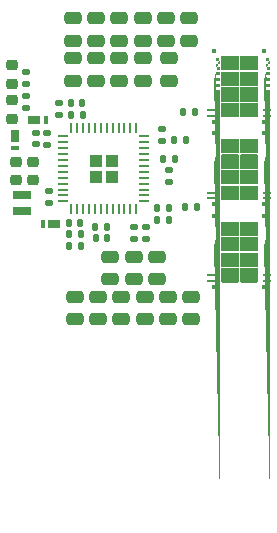
<source format=gbr>
%TF.GenerationSoftware,KiCad,Pcbnew,7.0.7*%
%TF.CreationDate,2023-12-28T18:43:45-05:00*%
%TF.ProjectId,O32controller,4f333263-6f6e-4747-926f-6c6c65722e6b,3*%
%TF.SameCoordinates,Original*%
%TF.FileFunction,Paste,Top*%
%TF.FilePolarity,Positive*%
%FSLAX46Y46*%
G04 Gerber Fmt 4.6, Leading zero omitted, Abs format (unit mm)*
G04 Created by KiCad (PCBNEW 7.0.7) date 2023-12-28 18:43:45*
%MOMM*%
%LPD*%
G01*
G04 APERTURE LIST*
G04 Aperture macros list*
%AMRoundRect*
0 Rectangle with rounded corners*
0 $1 Rounding radius*
0 $2 $3 $4 $5 $6 $7 $8 $9 X,Y pos of 4 corners*
0 Add a 4 corners polygon primitive as box body*
4,1,4,$2,$3,$4,$5,$6,$7,$8,$9,$2,$3,0*
0 Add four circle primitives for the rounded corners*
1,1,$1+$1,$2,$3*
1,1,$1+$1,$4,$5*
1,1,$1+$1,$6,$7*
1,1,$1+$1,$8,$9*
0 Add four rect primitives between the rounded corners*
20,1,$1+$1,$2,$3,$4,$5,0*
20,1,$1+$1,$4,$5,$6,$7,0*
20,1,$1+$1,$6,$7,$8,$9,0*
20,1,$1+$1,$8,$9,$2,$3,0*%
%AMFreePoly0*
4,1,78,0.535355,2.120355,0.550000,2.085000,0.550000,1.935000,0.535355,1.899645,0.500000,1.885000,0.150000,1.885000,0.150000,1.635000,0.500000,1.635000,0.535355,1.620355,0.550000,1.585000,0.550000,1.435000,0.535355,1.399645,0.500000,1.385000,0.150000,1.385000,0.150000,1.135000,0.500000,1.135000,0.535355,1.120355,0.550000,1.085000,0.550000,0.935000,0.535355,0.899645,
0.500000,0.885000,0.150000,0.885000,0.150000,0.635000,0.500000,0.635000,0.535355,0.620355,0.550000,0.585000,0.550000,0.435000,0.535355,0.399645,0.500000,0.385000,0.150000,0.385000,0.150000,0.135000,0.500000,0.135000,0.535355,0.120355,0.550000,0.085000,0.550000,-0.065000,0.535355,-0.100355,0.500000,-0.115000,0.150000,-0.115000,0.150000,-0.365000,0.500000,-0.365000,
0.535355,-0.379645,0.550000,-0.415000,0.550000,-0.565000,0.535355,-0.600355,0.500000,-0.615000,0.150000,-0.615000,0.150000,-0.865000,0.500000,-0.865000,0.535355,-0.879645,0.550000,-0.915000,0.550000,-1.065000,0.535355,-1.100355,0.500000,-1.115000,0.150000,-1.115000,0.150000,-1.365000,0.500000,-1.365000,0.535355,-1.379645,0.550000,-1.415000,0.550000,-1.565000,0.535355,-1.600355,
0.500000,-1.615000,0.150000,-1.615000,0.150000,-1.865000,0.500000,-1.865000,0.535355,-1.879645,0.550000,-1.915000,0.550000,-2.065000,0.535355,-2.100355,0.500000,-2.115000,-0.100000,-2.115000,-0.102414,-2.114000,-0.150000,-2.114000,-0.150000,2.114000,-0.137987,2.114000,-0.135355,2.120355,-0.100000,2.135000,0.500000,2.135000,0.535355,2.120355,0.535355,2.120355,$1*%
G04 Aperture macros list end*
%ADD10C,0.100000*%
%ADD11RoundRect,0.250000X-0.475000X0.250000X-0.475000X-0.250000X0.475000X-0.250000X0.475000X0.250000X0*%
%ADD12RoundRect,0.250000X0.475000X-0.250000X0.475000X0.250000X-0.475000X0.250000X-0.475000X-0.250000X0*%
%ADD13R,0.385000X0.690000*%
%ADD14R,1.035000X0.690000*%
%ADD15RoundRect,0.218750X0.256250X-0.218750X0.256250X0.218750X-0.256250X0.218750X-0.256250X-0.218750X0*%
%ADD16RoundRect,0.140000X0.140000X0.170000X-0.140000X0.170000X-0.140000X-0.170000X0.140000X-0.170000X0*%
%ADD17RoundRect,0.225000X0.250000X-0.225000X0.250000X0.225000X-0.250000X0.225000X-0.250000X-0.225000X0*%
%ADD18RoundRect,0.135000X0.135000X0.185000X-0.135000X0.185000X-0.135000X-0.185000X0.135000X-0.185000X0*%
%ADD19RoundRect,0.250000X-0.300000X-0.300000X0.300000X-0.300000X0.300000X0.300000X-0.300000X0.300000X0*%
%ADD20RoundRect,0.062500X-0.375000X-0.062500X0.375000X-0.062500X0.375000X0.062500X-0.375000X0.062500X0*%
%ADD21RoundRect,0.062500X-0.062500X-0.375000X0.062500X-0.375000X0.062500X0.375000X-0.062500X0.375000X0*%
%ADD22RoundRect,0.135000X0.185000X-0.135000X0.185000X0.135000X-0.185000X0.135000X-0.185000X-0.135000X0*%
%ADD23RoundRect,0.140000X-0.170000X0.140000X-0.170000X-0.140000X0.170000X-0.140000X0.170000X0.140000X0*%
%ADD24RoundRect,0.135000X-0.135000X-0.185000X0.135000X-0.185000X0.135000X0.185000X-0.135000X0.185000X0*%
%ADD25R,0.700001X0.249999*%
%ADD26FreePoly0,0.000000*%
%ADD27FreePoly0,180.000000*%
%ADD28R,0.429999X0.375001*%
%ADD29R,1.600000X0.650000*%
%ADD30RoundRect,0.135000X-0.185000X0.135000X-0.185000X-0.135000X0.185000X-0.135000X0.185000X0.135000X0*%
%ADD31RoundRect,0.140000X0.170000X-0.140000X0.170000X0.140000X-0.170000X0.140000X-0.170000X-0.140000X0*%
%ADD32RoundRect,0.225000X-0.250000X0.225000X-0.250000X-0.225000X0.250000X-0.225000X0.250000X0.225000X0*%
%ADD33R,0.690000X0.385000*%
%ADD34R,0.690000X1.035000*%
G04 APERTURE END LIST*
%TO.C,Q2*%
D10*
X21419433Y12079027D02*
X21428887Y12076160D01*
X21437599Y12071501D01*
X21445237Y12065235D01*
X21451506Y12057598D01*
X21456164Y12048883D01*
X21459032Y12039429D01*
X21460000Y12029597D01*
X21460000Y11010396D01*
X21459032Y11000564D01*
X21456164Y10991110D01*
X21451506Y10982395D01*
X21445237Y10974757D01*
X21437599Y10968491D01*
X21428887Y10963833D01*
X21419433Y10960965D01*
X21409598Y10959995D01*
X20100401Y10959995D01*
X20090566Y10960965D01*
X20081112Y10963833D01*
X20072400Y10968491D01*
X20064762Y10974757D01*
X20058494Y10982395D01*
X20053835Y10991110D01*
X20050968Y11000564D01*
X20050000Y11010396D01*
X20050000Y12029597D01*
X20050968Y12039429D01*
X20053835Y12048883D01*
X20058494Y12057598D01*
X20064762Y12065235D01*
X20072400Y12071501D01*
X20081112Y12076160D01*
X20090566Y12079027D01*
X20100401Y12079995D01*
X21409598Y12079995D01*
X21419433Y12079027D01*
G36*
X21419433Y12079027D02*
G01*
X21428887Y12076160D01*
X21437599Y12071501D01*
X21445237Y12065235D01*
X21451506Y12057598D01*
X21456164Y12048883D01*
X21459032Y12039429D01*
X21460000Y12029597D01*
X21460000Y11010396D01*
X21459032Y11000564D01*
X21456164Y10991110D01*
X21451506Y10982395D01*
X21445237Y10974757D01*
X21437599Y10968491D01*
X21428887Y10963833D01*
X21419433Y10960965D01*
X21409598Y10959995D01*
X20100401Y10959995D01*
X20090566Y10960965D01*
X20081112Y10963833D01*
X20072400Y10968491D01*
X20064762Y10974757D01*
X20058494Y10982395D01*
X20053835Y10991110D01*
X20050968Y11000564D01*
X20050000Y11010396D01*
X20050000Y12029597D01*
X20050968Y12039429D01*
X20053835Y12048883D01*
X20058494Y12057598D01*
X20064762Y12065235D01*
X20072400Y12071501D01*
X20081112Y12076160D01*
X20090566Y12079027D01*
X20100401Y12079995D01*
X21409598Y12079995D01*
X21419433Y12079027D01*
G37*
X21419433Y13399030D02*
X21428887Y13396162D01*
X21437599Y13391504D01*
X21445237Y13385238D01*
X21451506Y13377600D01*
X21456164Y13368885D01*
X21459032Y13359431D01*
X21460000Y13349599D01*
X21460000Y12330399D01*
X21459032Y12320566D01*
X21456164Y12311112D01*
X21451506Y12302398D01*
X21445237Y12294760D01*
X21437599Y12288494D01*
X21428887Y12283835D01*
X21419433Y12280968D01*
X21409598Y12279997D01*
X20100401Y12279997D01*
X20090566Y12280968D01*
X20081112Y12283835D01*
X20072400Y12288494D01*
X20064762Y12294760D01*
X20058494Y12302398D01*
X20053835Y12311112D01*
X20050968Y12320566D01*
X20050000Y12330399D01*
X20050000Y13349599D01*
X20050968Y13359431D01*
X20053835Y13368885D01*
X20058494Y13377600D01*
X20064762Y13385238D01*
X20072400Y13391504D01*
X20081112Y13396162D01*
X20090566Y13399030D01*
X20100401Y13399998D01*
X21409598Y13399998D01*
X21419433Y13399030D01*
G36*
X21419433Y13399030D02*
G01*
X21428887Y13396162D01*
X21437599Y13391504D01*
X21445237Y13385238D01*
X21451506Y13377600D01*
X21456164Y13368885D01*
X21459032Y13359431D01*
X21460000Y13349599D01*
X21460000Y12330399D01*
X21459032Y12320566D01*
X21456164Y12311112D01*
X21451506Y12302398D01*
X21445237Y12294760D01*
X21437599Y12288494D01*
X21428887Y12283835D01*
X21419433Y12280968D01*
X21409598Y12279997D01*
X20100401Y12279997D01*
X20090566Y12280968D01*
X20081112Y12283835D01*
X20072400Y12288494D01*
X20064762Y12294760D01*
X20058494Y12302398D01*
X20053835Y12311112D01*
X20050968Y12320566D01*
X20050000Y12330399D01*
X20050000Y13349599D01*
X20050968Y13359431D01*
X20053835Y13368885D01*
X20058494Y13377600D01*
X20064762Y13385238D01*
X20072400Y13391504D01*
X20081112Y13396162D01*
X20090566Y13399030D01*
X20100401Y13399998D01*
X21409598Y13399998D01*
X21419433Y13399030D01*
G37*
X21419433Y14719032D02*
X21428887Y14716165D01*
X21437599Y14711506D01*
X21445237Y14705240D01*
X21451506Y14697602D01*
X21456164Y14688888D01*
X21459032Y14679434D01*
X21460000Y14669601D01*
X21460000Y13650401D01*
X21459032Y13640569D01*
X21456164Y13631115D01*
X21451506Y13622400D01*
X21445237Y13614762D01*
X21437599Y13608496D01*
X21428887Y13603838D01*
X21419433Y13600970D01*
X21409598Y13600002D01*
X20100401Y13600002D01*
X20090566Y13600970D01*
X20081112Y13603838D01*
X20072400Y13608496D01*
X20064762Y13614762D01*
X20058494Y13622400D01*
X20053835Y13631115D01*
X20050968Y13640569D01*
X20050000Y13650401D01*
X20050000Y14669601D01*
X20050968Y14679434D01*
X20053835Y14688888D01*
X20058494Y14697602D01*
X20064762Y14705240D01*
X20072400Y14711506D01*
X20081112Y14716165D01*
X20090566Y14719032D01*
X20100401Y14720003D01*
X21409598Y14720003D01*
X21419433Y14719032D01*
G36*
X21419433Y14719032D02*
G01*
X21428887Y14716165D01*
X21437599Y14711506D01*
X21445237Y14705240D01*
X21451506Y14697602D01*
X21456164Y14688888D01*
X21459032Y14679434D01*
X21460000Y14669601D01*
X21460000Y13650401D01*
X21459032Y13640569D01*
X21456164Y13631115D01*
X21451506Y13622400D01*
X21445237Y13614762D01*
X21437599Y13608496D01*
X21428887Y13603838D01*
X21419433Y13600970D01*
X21409598Y13600002D01*
X20100401Y13600002D01*
X20090566Y13600970D01*
X20081112Y13603838D01*
X20072400Y13608496D01*
X20064762Y13614762D01*
X20058494Y13622400D01*
X20053835Y13631115D01*
X20050968Y13640569D01*
X20050000Y13650401D01*
X20050000Y14669601D01*
X20050968Y14679434D01*
X20053835Y14688888D01*
X20058494Y14697602D01*
X20064762Y14705240D01*
X20072400Y14711506D01*
X20081112Y14716165D01*
X20090566Y14719032D01*
X20100401Y14720003D01*
X21409598Y14720003D01*
X21419433Y14719032D01*
G37*
X21419433Y16039035D02*
X21428887Y16036167D01*
X21437599Y16031509D01*
X21445237Y16025243D01*
X21451506Y16017605D01*
X21456164Y16008890D01*
X21459032Y15999436D01*
X21460000Y15989604D01*
X21460000Y14970403D01*
X21459032Y14960571D01*
X21456164Y14951117D01*
X21451506Y14942402D01*
X21445237Y14934765D01*
X21437599Y14928499D01*
X21428887Y14923840D01*
X21419433Y14920973D01*
X21409598Y14920005D01*
X20100401Y14920005D01*
X20090566Y14920973D01*
X20081112Y14923840D01*
X20072400Y14928499D01*
X20064762Y14934765D01*
X20058494Y14942402D01*
X20053835Y14951117D01*
X20050968Y14960571D01*
X20050000Y14970403D01*
X20050000Y15989604D01*
X20050968Y15999436D01*
X20053835Y16008890D01*
X20058494Y16017605D01*
X20064762Y16025243D01*
X20072400Y16031509D01*
X20081112Y16036167D01*
X20090566Y16039035D01*
X20100401Y16040005D01*
X21409598Y16040005D01*
X21419433Y16039035D01*
G36*
X21419433Y16039035D02*
G01*
X21428887Y16036167D01*
X21437599Y16031509D01*
X21445237Y16025243D01*
X21451506Y16017605D01*
X21456164Y16008890D01*
X21459032Y15999436D01*
X21460000Y15989604D01*
X21460000Y14970403D01*
X21459032Y14960571D01*
X21456164Y14951117D01*
X21451506Y14942402D01*
X21445237Y14934765D01*
X21437599Y14928499D01*
X21428887Y14923840D01*
X21419433Y14920973D01*
X21409598Y14920005D01*
X20100401Y14920005D01*
X20090566Y14920973D01*
X20081112Y14923840D01*
X20072400Y14928499D01*
X20064762Y14934765D01*
X20058494Y14942402D01*
X20053835Y14951117D01*
X20050968Y14960571D01*
X20050000Y14970403D01*
X20050000Y15989604D01*
X20050968Y15999436D01*
X20053835Y16008890D01*
X20058494Y16017605D01*
X20064762Y16025243D01*
X20072400Y16031509D01*
X20081112Y16036167D01*
X20090566Y16039035D01*
X20100401Y16040005D01*
X21409598Y16040005D01*
X21419433Y16039035D01*
G37*
X19809434Y12079027D02*
X19818888Y12076160D01*
X19827600Y12071501D01*
X19835238Y12065235D01*
X19841506Y12057598D01*
X19846165Y12048883D01*
X19849032Y12039429D01*
X19850000Y12029597D01*
X19850000Y11010396D01*
X19849032Y11000564D01*
X19846165Y10991110D01*
X19841506Y10982395D01*
X19835238Y10974757D01*
X19827600Y10968491D01*
X19818888Y10963833D01*
X19809434Y10960965D01*
X19799599Y10959995D01*
X18490402Y10959995D01*
X18480567Y10960965D01*
X18471113Y10963833D01*
X18462401Y10968491D01*
X18454763Y10974757D01*
X18448494Y10982395D01*
X18443836Y10991110D01*
X18440968Y11000564D01*
X18440000Y11010396D01*
X18440000Y12029597D01*
X18440968Y12039429D01*
X18443836Y12048883D01*
X18448494Y12057598D01*
X18454763Y12065235D01*
X18462401Y12071501D01*
X18471113Y12076160D01*
X18480567Y12079027D01*
X18490402Y12079995D01*
X19799599Y12079995D01*
X19809434Y12079027D01*
G36*
X19809434Y12079027D02*
G01*
X19818888Y12076160D01*
X19827600Y12071501D01*
X19835238Y12065235D01*
X19841506Y12057598D01*
X19846165Y12048883D01*
X19849032Y12039429D01*
X19850000Y12029597D01*
X19850000Y11010396D01*
X19849032Y11000564D01*
X19846165Y10991110D01*
X19841506Y10982395D01*
X19835238Y10974757D01*
X19827600Y10968491D01*
X19818888Y10963833D01*
X19809434Y10960965D01*
X19799599Y10959995D01*
X18490402Y10959995D01*
X18480567Y10960965D01*
X18471113Y10963833D01*
X18462401Y10968491D01*
X18454763Y10974757D01*
X18448494Y10982395D01*
X18443836Y10991110D01*
X18440968Y11000564D01*
X18440000Y11010396D01*
X18440000Y12029597D01*
X18440968Y12039429D01*
X18443836Y12048883D01*
X18448494Y12057598D01*
X18454763Y12065235D01*
X18462401Y12071501D01*
X18471113Y12076160D01*
X18480567Y12079027D01*
X18490402Y12079995D01*
X19799599Y12079995D01*
X19809434Y12079027D01*
G37*
X19809434Y16039035D02*
X19818888Y16036167D01*
X19827600Y16031509D01*
X19835238Y16025243D01*
X19841506Y16017605D01*
X19846165Y16008890D01*
X19849032Y15999436D01*
X19850000Y15989604D01*
X19850000Y14970403D01*
X19849032Y14960571D01*
X19846165Y14951117D01*
X19841506Y14942402D01*
X19835238Y14934765D01*
X19827600Y14928499D01*
X19818888Y14923840D01*
X19809434Y14920973D01*
X19799599Y14920005D01*
X18490402Y14920005D01*
X18480567Y14920973D01*
X18471113Y14923840D01*
X18462401Y14928499D01*
X18454763Y14934765D01*
X18448494Y14942402D01*
X18443836Y14951117D01*
X18440968Y14960571D01*
X18440000Y14970403D01*
X18440000Y15989604D01*
X18440968Y15999436D01*
X18443836Y16008890D01*
X18448494Y16017605D01*
X18454763Y16025243D01*
X18462401Y16031509D01*
X18471113Y16036167D01*
X18480567Y16039035D01*
X18490402Y16040005D01*
X19799599Y16040005D01*
X19809434Y16039035D01*
G36*
X19809434Y16039035D02*
G01*
X19818888Y16036167D01*
X19827600Y16031509D01*
X19835238Y16025243D01*
X19841506Y16017605D01*
X19846165Y16008890D01*
X19849032Y15999436D01*
X19850000Y15989604D01*
X19850000Y14970403D01*
X19849032Y14960571D01*
X19846165Y14951117D01*
X19841506Y14942402D01*
X19835238Y14934765D01*
X19827600Y14928499D01*
X19818888Y14923840D01*
X19809434Y14920973D01*
X19799599Y14920005D01*
X18490402Y14920005D01*
X18480567Y14920973D01*
X18471113Y14923840D01*
X18462401Y14928499D01*
X18454763Y14934765D01*
X18448494Y14942402D01*
X18443836Y14951117D01*
X18440968Y14960571D01*
X18440000Y14970403D01*
X18440000Y15989604D01*
X18440968Y15999436D01*
X18443836Y16008890D01*
X18448494Y16017605D01*
X18454763Y16025243D01*
X18462401Y16031509D01*
X18471113Y16036167D01*
X18480567Y16039035D01*
X18490402Y16040005D01*
X19799599Y16040005D01*
X19809434Y16039035D01*
G37*
X19809434Y13399030D02*
X19818888Y13396162D01*
X19827600Y13391504D01*
X19835238Y13385238D01*
X19841506Y13377600D01*
X19846165Y13368885D01*
X19849032Y13359431D01*
X19850000Y13349599D01*
X19850000Y12330399D01*
X19849032Y12320566D01*
X19846165Y12311112D01*
X19841506Y12302398D01*
X19835238Y12294760D01*
X19827600Y12288494D01*
X19818888Y12283835D01*
X19809434Y12280968D01*
X19799599Y12279997D01*
X18490402Y12279997D01*
X18480567Y12280968D01*
X18471113Y12283835D01*
X18462401Y12288494D01*
X18454763Y12294760D01*
X18448494Y12302398D01*
X18443836Y12311112D01*
X18440968Y12320566D01*
X18440000Y12330399D01*
X18440000Y13349599D01*
X18440968Y13359431D01*
X18443836Y13368885D01*
X18448494Y13377600D01*
X18454763Y13385238D01*
X18462401Y13391504D01*
X18471113Y13396162D01*
X18480567Y13399030D01*
X18490402Y13399998D01*
X19799599Y13399998D01*
X19809434Y13399030D01*
G36*
X19809434Y13399030D02*
G01*
X19818888Y13396162D01*
X19827600Y13391504D01*
X19835238Y13385238D01*
X19841506Y13377600D01*
X19846165Y13368885D01*
X19849032Y13359431D01*
X19850000Y13349599D01*
X19850000Y12330399D01*
X19849032Y12320566D01*
X19846165Y12311112D01*
X19841506Y12302398D01*
X19835238Y12294760D01*
X19827600Y12288494D01*
X19818888Y12283835D01*
X19809434Y12280968D01*
X19799599Y12279997D01*
X18490402Y12279997D01*
X18480567Y12280968D01*
X18471113Y12283835D01*
X18462401Y12288494D01*
X18454763Y12294760D01*
X18448494Y12302398D01*
X18443836Y12311112D01*
X18440968Y12320566D01*
X18440000Y12330399D01*
X18440000Y13349599D01*
X18440968Y13359431D01*
X18443836Y13368885D01*
X18448494Y13377600D01*
X18454763Y13385238D01*
X18462401Y13391504D01*
X18471113Y13396162D01*
X18480567Y13399030D01*
X18490402Y13399998D01*
X19799599Y13399998D01*
X19809434Y13399030D01*
G37*
X19809434Y14719032D02*
X19818888Y14716165D01*
X19827600Y14711506D01*
X19835238Y14705240D01*
X19841506Y14697602D01*
X19846165Y14688888D01*
X19849032Y14679434D01*
X19850000Y14669601D01*
X19850000Y13650401D01*
X19849032Y13640569D01*
X19846165Y13631115D01*
X19841506Y13622400D01*
X19835238Y13614762D01*
X19827600Y13608496D01*
X19818888Y13603838D01*
X19809434Y13600970D01*
X19799599Y13600002D01*
X18490402Y13600002D01*
X18480567Y13600970D01*
X18471113Y13603838D01*
X18462401Y13608496D01*
X18454763Y13614762D01*
X18448494Y13622400D01*
X18443836Y13631115D01*
X18440968Y13640569D01*
X18440000Y13650401D01*
X18440000Y14669601D01*
X18440968Y14679434D01*
X18443836Y14688888D01*
X18448494Y14697602D01*
X18454763Y14705240D01*
X18462401Y14711506D01*
X18471113Y14716165D01*
X18480567Y14719032D01*
X18490402Y14720003D01*
X19799599Y14720003D01*
X19809434Y14719032D01*
G36*
X19809434Y14719032D02*
G01*
X19818888Y14716165D01*
X19827600Y14711506D01*
X19835238Y14705240D01*
X19841506Y14697602D01*
X19846165Y14688888D01*
X19849032Y14679434D01*
X19850000Y14669601D01*
X19850000Y13650401D01*
X19849032Y13640569D01*
X19846165Y13631115D01*
X19841506Y13622400D01*
X19835238Y13614762D01*
X19827600Y13608496D01*
X19818888Y13603838D01*
X19809434Y13600970D01*
X19799599Y13600002D01*
X18490402Y13600002D01*
X18480567Y13600970D01*
X18471113Y13603838D01*
X18462401Y13608496D01*
X18454763Y13614762D01*
X18448494Y13622400D01*
X18443836Y13631115D01*
X18440968Y13640569D01*
X18440000Y13650401D01*
X18440000Y14669601D01*
X18440968Y14679434D01*
X18443836Y14688888D01*
X18448494Y14697602D01*
X18454763Y14705240D01*
X18462401Y14711506D01*
X18471113Y14716165D01*
X18480567Y14719032D01*
X18490402Y14720003D01*
X19799599Y14720003D01*
X19809434Y14719032D01*
G37*
%TO.C,Q3*%
X21419433Y5079027D02*
X21428887Y5076160D01*
X21437599Y5071501D01*
X21445237Y5065235D01*
X21451506Y5057598D01*
X21456164Y5048883D01*
X21459032Y5039429D01*
X21460000Y5029597D01*
X21460000Y4010396D01*
X21459032Y4000564D01*
X21456164Y3991110D01*
X21451506Y3982395D01*
X21445237Y3974757D01*
X21437599Y3968491D01*
X21428887Y3963833D01*
X21419433Y3960965D01*
X21409598Y3959995D01*
X20100401Y3959995D01*
X20090566Y3960965D01*
X20081112Y3963833D01*
X20072400Y3968491D01*
X20064762Y3974757D01*
X20058494Y3982395D01*
X20053835Y3991110D01*
X20050968Y4000564D01*
X20050000Y4010396D01*
X20050000Y5029597D01*
X20050968Y5039429D01*
X20053835Y5048883D01*
X20058494Y5057598D01*
X20064762Y5065235D01*
X20072400Y5071501D01*
X20081112Y5076160D01*
X20090566Y5079027D01*
X20100401Y5079995D01*
X21409598Y5079995D01*
X21419433Y5079027D01*
G36*
X21419433Y5079027D02*
G01*
X21428887Y5076160D01*
X21437599Y5071501D01*
X21445237Y5065235D01*
X21451506Y5057598D01*
X21456164Y5048883D01*
X21459032Y5039429D01*
X21460000Y5029597D01*
X21460000Y4010396D01*
X21459032Y4000564D01*
X21456164Y3991110D01*
X21451506Y3982395D01*
X21445237Y3974757D01*
X21437599Y3968491D01*
X21428887Y3963833D01*
X21419433Y3960965D01*
X21409598Y3959995D01*
X20100401Y3959995D01*
X20090566Y3960965D01*
X20081112Y3963833D01*
X20072400Y3968491D01*
X20064762Y3974757D01*
X20058494Y3982395D01*
X20053835Y3991110D01*
X20050968Y4000564D01*
X20050000Y4010396D01*
X20050000Y5029597D01*
X20050968Y5039429D01*
X20053835Y5048883D01*
X20058494Y5057598D01*
X20064762Y5065235D01*
X20072400Y5071501D01*
X20081112Y5076160D01*
X20090566Y5079027D01*
X20100401Y5079995D01*
X21409598Y5079995D01*
X21419433Y5079027D01*
G37*
X21419433Y6399030D02*
X21428887Y6396162D01*
X21437599Y6391504D01*
X21445237Y6385238D01*
X21451506Y6377600D01*
X21456164Y6368885D01*
X21459032Y6359431D01*
X21460000Y6349599D01*
X21460000Y5330399D01*
X21459032Y5320566D01*
X21456164Y5311112D01*
X21451506Y5302398D01*
X21445237Y5294760D01*
X21437599Y5288494D01*
X21428887Y5283835D01*
X21419433Y5280968D01*
X21409598Y5279997D01*
X20100401Y5279997D01*
X20090566Y5280968D01*
X20081112Y5283835D01*
X20072400Y5288494D01*
X20064762Y5294760D01*
X20058494Y5302398D01*
X20053835Y5311112D01*
X20050968Y5320566D01*
X20050000Y5330399D01*
X20050000Y6349599D01*
X20050968Y6359431D01*
X20053835Y6368885D01*
X20058494Y6377600D01*
X20064762Y6385238D01*
X20072400Y6391504D01*
X20081112Y6396162D01*
X20090566Y6399030D01*
X20100401Y6399998D01*
X21409598Y6399998D01*
X21419433Y6399030D01*
G36*
X21419433Y6399030D02*
G01*
X21428887Y6396162D01*
X21437599Y6391504D01*
X21445237Y6385238D01*
X21451506Y6377600D01*
X21456164Y6368885D01*
X21459032Y6359431D01*
X21460000Y6349599D01*
X21460000Y5330399D01*
X21459032Y5320566D01*
X21456164Y5311112D01*
X21451506Y5302398D01*
X21445237Y5294760D01*
X21437599Y5288494D01*
X21428887Y5283835D01*
X21419433Y5280968D01*
X21409598Y5279997D01*
X20100401Y5279997D01*
X20090566Y5280968D01*
X20081112Y5283835D01*
X20072400Y5288494D01*
X20064762Y5294760D01*
X20058494Y5302398D01*
X20053835Y5311112D01*
X20050968Y5320566D01*
X20050000Y5330399D01*
X20050000Y6349599D01*
X20050968Y6359431D01*
X20053835Y6368885D01*
X20058494Y6377600D01*
X20064762Y6385238D01*
X20072400Y6391504D01*
X20081112Y6396162D01*
X20090566Y6399030D01*
X20100401Y6399998D01*
X21409598Y6399998D01*
X21419433Y6399030D01*
G37*
X21419433Y7719032D02*
X21428887Y7716165D01*
X21437599Y7711506D01*
X21445237Y7705240D01*
X21451506Y7697602D01*
X21456164Y7688888D01*
X21459032Y7679434D01*
X21460000Y7669601D01*
X21460000Y6650401D01*
X21459032Y6640569D01*
X21456164Y6631115D01*
X21451506Y6622400D01*
X21445237Y6614762D01*
X21437599Y6608496D01*
X21428887Y6603838D01*
X21419433Y6600970D01*
X21409598Y6600002D01*
X20100401Y6600002D01*
X20090566Y6600970D01*
X20081112Y6603838D01*
X20072400Y6608496D01*
X20064762Y6614762D01*
X20058494Y6622400D01*
X20053835Y6631115D01*
X20050968Y6640569D01*
X20050000Y6650401D01*
X20050000Y7669601D01*
X20050968Y7679434D01*
X20053835Y7688888D01*
X20058494Y7697602D01*
X20064762Y7705240D01*
X20072400Y7711506D01*
X20081112Y7716165D01*
X20090566Y7719032D01*
X20100401Y7720003D01*
X21409598Y7720003D01*
X21419433Y7719032D01*
G36*
X21419433Y7719032D02*
G01*
X21428887Y7716165D01*
X21437599Y7711506D01*
X21445237Y7705240D01*
X21451506Y7697602D01*
X21456164Y7688888D01*
X21459032Y7679434D01*
X21460000Y7669601D01*
X21460000Y6650401D01*
X21459032Y6640569D01*
X21456164Y6631115D01*
X21451506Y6622400D01*
X21445237Y6614762D01*
X21437599Y6608496D01*
X21428887Y6603838D01*
X21419433Y6600970D01*
X21409598Y6600002D01*
X20100401Y6600002D01*
X20090566Y6600970D01*
X20081112Y6603838D01*
X20072400Y6608496D01*
X20064762Y6614762D01*
X20058494Y6622400D01*
X20053835Y6631115D01*
X20050968Y6640569D01*
X20050000Y6650401D01*
X20050000Y7669601D01*
X20050968Y7679434D01*
X20053835Y7688888D01*
X20058494Y7697602D01*
X20064762Y7705240D01*
X20072400Y7711506D01*
X20081112Y7716165D01*
X20090566Y7719032D01*
X20100401Y7720003D01*
X21409598Y7720003D01*
X21419433Y7719032D01*
G37*
X21419433Y9039035D02*
X21428887Y9036167D01*
X21437599Y9031509D01*
X21445237Y9025243D01*
X21451506Y9017605D01*
X21456164Y9008890D01*
X21459032Y8999436D01*
X21460000Y8989604D01*
X21460000Y7970403D01*
X21459032Y7960571D01*
X21456164Y7951117D01*
X21451506Y7942402D01*
X21445237Y7934765D01*
X21437599Y7928499D01*
X21428887Y7923840D01*
X21419433Y7920973D01*
X21409598Y7920005D01*
X20100401Y7920005D01*
X20090566Y7920973D01*
X20081112Y7923840D01*
X20072400Y7928499D01*
X20064762Y7934765D01*
X20058494Y7942402D01*
X20053835Y7951117D01*
X20050968Y7960571D01*
X20050000Y7970403D01*
X20050000Y8989604D01*
X20050968Y8999436D01*
X20053835Y9008890D01*
X20058494Y9017605D01*
X20064762Y9025243D01*
X20072400Y9031509D01*
X20081112Y9036167D01*
X20090566Y9039035D01*
X20100401Y9040005D01*
X21409598Y9040005D01*
X21419433Y9039035D01*
G36*
X21419433Y9039035D02*
G01*
X21428887Y9036167D01*
X21437599Y9031509D01*
X21445237Y9025243D01*
X21451506Y9017605D01*
X21456164Y9008890D01*
X21459032Y8999436D01*
X21460000Y8989604D01*
X21460000Y7970403D01*
X21459032Y7960571D01*
X21456164Y7951117D01*
X21451506Y7942402D01*
X21445237Y7934765D01*
X21437599Y7928499D01*
X21428887Y7923840D01*
X21419433Y7920973D01*
X21409598Y7920005D01*
X20100401Y7920005D01*
X20090566Y7920973D01*
X20081112Y7923840D01*
X20072400Y7928499D01*
X20064762Y7934765D01*
X20058494Y7942402D01*
X20053835Y7951117D01*
X20050968Y7960571D01*
X20050000Y7970403D01*
X20050000Y8989604D01*
X20050968Y8999436D01*
X20053835Y9008890D01*
X20058494Y9017605D01*
X20064762Y9025243D01*
X20072400Y9031509D01*
X20081112Y9036167D01*
X20090566Y9039035D01*
X20100401Y9040005D01*
X21409598Y9040005D01*
X21419433Y9039035D01*
G37*
X19809434Y5079027D02*
X19818888Y5076160D01*
X19827600Y5071501D01*
X19835238Y5065235D01*
X19841506Y5057598D01*
X19846165Y5048883D01*
X19849032Y5039429D01*
X19850000Y5029597D01*
X19850000Y4010396D01*
X19849032Y4000564D01*
X19846165Y3991110D01*
X19841506Y3982395D01*
X19835238Y3974757D01*
X19827600Y3968491D01*
X19818888Y3963833D01*
X19809434Y3960965D01*
X19799599Y3959995D01*
X18490402Y3959995D01*
X18480567Y3960965D01*
X18471113Y3963833D01*
X18462401Y3968491D01*
X18454763Y3974757D01*
X18448494Y3982395D01*
X18443836Y3991110D01*
X18440968Y4000564D01*
X18440000Y4010396D01*
X18440000Y5029597D01*
X18440968Y5039429D01*
X18443836Y5048883D01*
X18448494Y5057598D01*
X18454763Y5065235D01*
X18462401Y5071501D01*
X18471113Y5076160D01*
X18480567Y5079027D01*
X18490402Y5079995D01*
X19799599Y5079995D01*
X19809434Y5079027D01*
G36*
X19809434Y5079027D02*
G01*
X19818888Y5076160D01*
X19827600Y5071501D01*
X19835238Y5065235D01*
X19841506Y5057598D01*
X19846165Y5048883D01*
X19849032Y5039429D01*
X19850000Y5029597D01*
X19850000Y4010396D01*
X19849032Y4000564D01*
X19846165Y3991110D01*
X19841506Y3982395D01*
X19835238Y3974757D01*
X19827600Y3968491D01*
X19818888Y3963833D01*
X19809434Y3960965D01*
X19799599Y3959995D01*
X18490402Y3959995D01*
X18480567Y3960965D01*
X18471113Y3963833D01*
X18462401Y3968491D01*
X18454763Y3974757D01*
X18448494Y3982395D01*
X18443836Y3991110D01*
X18440968Y4000564D01*
X18440000Y4010396D01*
X18440000Y5029597D01*
X18440968Y5039429D01*
X18443836Y5048883D01*
X18448494Y5057598D01*
X18454763Y5065235D01*
X18462401Y5071501D01*
X18471113Y5076160D01*
X18480567Y5079027D01*
X18490402Y5079995D01*
X19799599Y5079995D01*
X19809434Y5079027D01*
G37*
X19809434Y9039035D02*
X19818888Y9036167D01*
X19827600Y9031509D01*
X19835238Y9025243D01*
X19841506Y9017605D01*
X19846165Y9008890D01*
X19849032Y8999436D01*
X19850000Y8989604D01*
X19850000Y7970403D01*
X19849032Y7960571D01*
X19846165Y7951117D01*
X19841506Y7942402D01*
X19835238Y7934765D01*
X19827600Y7928499D01*
X19818888Y7923840D01*
X19809434Y7920973D01*
X19799599Y7920005D01*
X18490402Y7920005D01*
X18480567Y7920973D01*
X18471113Y7923840D01*
X18462401Y7928499D01*
X18454763Y7934765D01*
X18448494Y7942402D01*
X18443836Y7951117D01*
X18440968Y7960571D01*
X18440000Y7970403D01*
X18440000Y8989604D01*
X18440968Y8999436D01*
X18443836Y9008890D01*
X18448494Y9017605D01*
X18454763Y9025243D01*
X18462401Y9031509D01*
X18471113Y9036167D01*
X18480567Y9039035D01*
X18490402Y9040005D01*
X19799599Y9040005D01*
X19809434Y9039035D01*
G36*
X19809434Y9039035D02*
G01*
X19818888Y9036167D01*
X19827600Y9031509D01*
X19835238Y9025243D01*
X19841506Y9017605D01*
X19846165Y9008890D01*
X19849032Y8999436D01*
X19850000Y8989604D01*
X19850000Y7970403D01*
X19849032Y7960571D01*
X19846165Y7951117D01*
X19841506Y7942402D01*
X19835238Y7934765D01*
X19827600Y7928499D01*
X19818888Y7923840D01*
X19809434Y7920973D01*
X19799599Y7920005D01*
X18490402Y7920005D01*
X18480567Y7920973D01*
X18471113Y7923840D01*
X18462401Y7928499D01*
X18454763Y7934765D01*
X18448494Y7942402D01*
X18443836Y7951117D01*
X18440968Y7960571D01*
X18440000Y7970403D01*
X18440000Y8989604D01*
X18440968Y8999436D01*
X18443836Y9008890D01*
X18448494Y9017605D01*
X18454763Y9025243D01*
X18462401Y9031509D01*
X18471113Y9036167D01*
X18480567Y9039035D01*
X18490402Y9040005D01*
X19799599Y9040005D01*
X19809434Y9039035D01*
G37*
X19809434Y6399030D02*
X19818888Y6396162D01*
X19827600Y6391504D01*
X19835238Y6385238D01*
X19841506Y6377600D01*
X19846165Y6368885D01*
X19849032Y6359431D01*
X19850000Y6349599D01*
X19850000Y5330399D01*
X19849032Y5320566D01*
X19846165Y5311112D01*
X19841506Y5302398D01*
X19835238Y5294760D01*
X19827600Y5288494D01*
X19818888Y5283835D01*
X19809434Y5280968D01*
X19799599Y5279997D01*
X18490402Y5279997D01*
X18480567Y5280968D01*
X18471113Y5283835D01*
X18462401Y5288494D01*
X18454763Y5294760D01*
X18448494Y5302398D01*
X18443836Y5311112D01*
X18440968Y5320566D01*
X18440000Y5330399D01*
X18440000Y6349599D01*
X18440968Y6359431D01*
X18443836Y6368885D01*
X18448494Y6377600D01*
X18454763Y6385238D01*
X18462401Y6391504D01*
X18471113Y6396162D01*
X18480567Y6399030D01*
X18490402Y6399998D01*
X19799599Y6399998D01*
X19809434Y6399030D01*
G36*
X19809434Y6399030D02*
G01*
X19818888Y6396162D01*
X19827600Y6391504D01*
X19835238Y6385238D01*
X19841506Y6377600D01*
X19846165Y6368885D01*
X19849032Y6359431D01*
X19850000Y6349599D01*
X19850000Y5330399D01*
X19849032Y5320566D01*
X19846165Y5311112D01*
X19841506Y5302398D01*
X19835238Y5294760D01*
X19827600Y5288494D01*
X19818888Y5283835D01*
X19809434Y5280968D01*
X19799599Y5279997D01*
X18490402Y5279997D01*
X18480567Y5280968D01*
X18471113Y5283835D01*
X18462401Y5288494D01*
X18454763Y5294760D01*
X18448494Y5302398D01*
X18443836Y5311112D01*
X18440968Y5320566D01*
X18440000Y5330399D01*
X18440000Y6349599D01*
X18440968Y6359431D01*
X18443836Y6368885D01*
X18448494Y6377600D01*
X18454763Y6385238D01*
X18462401Y6391504D01*
X18471113Y6396162D01*
X18480567Y6399030D01*
X18490402Y6399998D01*
X19799599Y6399998D01*
X19809434Y6399030D01*
G37*
X19809434Y7719032D02*
X19818888Y7716165D01*
X19827600Y7711506D01*
X19835238Y7705240D01*
X19841506Y7697602D01*
X19846165Y7688888D01*
X19849032Y7679434D01*
X19850000Y7669601D01*
X19850000Y6650401D01*
X19849032Y6640569D01*
X19846165Y6631115D01*
X19841506Y6622400D01*
X19835238Y6614762D01*
X19827600Y6608496D01*
X19818888Y6603838D01*
X19809434Y6600970D01*
X19799599Y6600002D01*
X18490402Y6600002D01*
X18480567Y6600970D01*
X18471113Y6603838D01*
X18462401Y6608496D01*
X18454763Y6614762D01*
X18448494Y6622400D01*
X18443836Y6631115D01*
X18440968Y6640569D01*
X18440000Y6650401D01*
X18440000Y7669601D01*
X18440968Y7679434D01*
X18443836Y7688888D01*
X18448494Y7697602D01*
X18454763Y7705240D01*
X18462401Y7711506D01*
X18471113Y7716165D01*
X18480567Y7719032D01*
X18490402Y7720003D01*
X19799599Y7720003D01*
X19809434Y7719032D01*
G36*
X19809434Y7719032D02*
G01*
X19818888Y7716165D01*
X19827600Y7711506D01*
X19835238Y7705240D01*
X19841506Y7697602D01*
X19846165Y7688888D01*
X19849032Y7679434D01*
X19850000Y7669601D01*
X19850000Y6650401D01*
X19849032Y6640569D01*
X19846165Y6631115D01*
X19841506Y6622400D01*
X19835238Y6614762D01*
X19827600Y6608496D01*
X19818888Y6603838D01*
X19809434Y6600970D01*
X19799599Y6600002D01*
X18490402Y6600002D01*
X18480567Y6600970D01*
X18471113Y6603838D01*
X18462401Y6608496D01*
X18454763Y6614762D01*
X18448494Y6622400D01*
X18443836Y6631115D01*
X18440968Y6640569D01*
X18440000Y6650401D01*
X18440000Y7669601D01*
X18440968Y7679434D01*
X18443836Y7688888D01*
X18448494Y7697602D01*
X18454763Y7705240D01*
X18462401Y7711506D01*
X18471113Y7716165D01*
X18480567Y7719032D01*
X18490402Y7720003D01*
X19799599Y7720003D01*
X19809434Y7719032D01*
G37*
%TO.C,Q1*%
X21419433Y19079027D02*
X21428887Y19076160D01*
X21437599Y19071501D01*
X21445237Y19065235D01*
X21451506Y19057598D01*
X21456164Y19048883D01*
X21459032Y19039429D01*
X21460000Y19029597D01*
X21460000Y18010396D01*
X21459032Y18000564D01*
X21456164Y17991110D01*
X21451506Y17982395D01*
X21445237Y17974757D01*
X21437599Y17968491D01*
X21428887Y17963833D01*
X21419433Y17960965D01*
X21409598Y17959995D01*
X20100401Y17959995D01*
X20090566Y17960965D01*
X20081112Y17963833D01*
X20072400Y17968491D01*
X20064762Y17974757D01*
X20058494Y17982395D01*
X20053835Y17991110D01*
X20050968Y18000564D01*
X20050000Y18010396D01*
X20050000Y19029597D01*
X20050968Y19039429D01*
X20053835Y19048883D01*
X20058494Y19057598D01*
X20064762Y19065235D01*
X20072400Y19071501D01*
X20081112Y19076160D01*
X20090566Y19079027D01*
X20100401Y19079995D01*
X21409598Y19079995D01*
X21419433Y19079027D01*
G36*
X21419433Y19079027D02*
G01*
X21428887Y19076160D01*
X21437599Y19071501D01*
X21445237Y19065235D01*
X21451506Y19057598D01*
X21456164Y19048883D01*
X21459032Y19039429D01*
X21460000Y19029597D01*
X21460000Y18010396D01*
X21459032Y18000564D01*
X21456164Y17991110D01*
X21451506Y17982395D01*
X21445237Y17974757D01*
X21437599Y17968491D01*
X21428887Y17963833D01*
X21419433Y17960965D01*
X21409598Y17959995D01*
X20100401Y17959995D01*
X20090566Y17960965D01*
X20081112Y17963833D01*
X20072400Y17968491D01*
X20064762Y17974757D01*
X20058494Y17982395D01*
X20053835Y17991110D01*
X20050968Y18000564D01*
X20050000Y18010396D01*
X20050000Y19029597D01*
X20050968Y19039429D01*
X20053835Y19048883D01*
X20058494Y19057598D01*
X20064762Y19065235D01*
X20072400Y19071501D01*
X20081112Y19076160D01*
X20090566Y19079027D01*
X20100401Y19079995D01*
X21409598Y19079995D01*
X21419433Y19079027D01*
G37*
X21419433Y20399030D02*
X21428887Y20396162D01*
X21437599Y20391504D01*
X21445237Y20385238D01*
X21451506Y20377600D01*
X21456164Y20368885D01*
X21459032Y20359431D01*
X21460000Y20349599D01*
X21460000Y19330399D01*
X21459032Y19320566D01*
X21456164Y19311112D01*
X21451506Y19302398D01*
X21445237Y19294760D01*
X21437599Y19288494D01*
X21428887Y19283835D01*
X21419433Y19280968D01*
X21409598Y19279997D01*
X20100401Y19279997D01*
X20090566Y19280968D01*
X20081112Y19283835D01*
X20072400Y19288494D01*
X20064762Y19294760D01*
X20058494Y19302398D01*
X20053835Y19311112D01*
X20050968Y19320566D01*
X20050000Y19330399D01*
X20050000Y20349599D01*
X20050968Y20359431D01*
X20053835Y20368885D01*
X20058494Y20377600D01*
X20064762Y20385238D01*
X20072400Y20391504D01*
X20081112Y20396162D01*
X20090566Y20399030D01*
X20100401Y20399998D01*
X21409598Y20399998D01*
X21419433Y20399030D01*
G36*
X21419433Y20399030D02*
G01*
X21428887Y20396162D01*
X21437599Y20391504D01*
X21445237Y20385238D01*
X21451506Y20377600D01*
X21456164Y20368885D01*
X21459032Y20359431D01*
X21460000Y20349599D01*
X21460000Y19330399D01*
X21459032Y19320566D01*
X21456164Y19311112D01*
X21451506Y19302398D01*
X21445237Y19294760D01*
X21437599Y19288494D01*
X21428887Y19283835D01*
X21419433Y19280968D01*
X21409598Y19279997D01*
X20100401Y19279997D01*
X20090566Y19280968D01*
X20081112Y19283835D01*
X20072400Y19288494D01*
X20064762Y19294760D01*
X20058494Y19302398D01*
X20053835Y19311112D01*
X20050968Y19320566D01*
X20050000Y19330399D01*
X20050000Y20349599D01*
X20050968Y20359431D01*
X20053835Y20368885D01*
X20058494Y20377600D01*
X20064762Y20385238D01*
X20072400Y20391504D01*
X20081112Y20396162D01*
X20090566Y20399030D01*
X20100401Y20399998D01*
X21409598Y20399998D01*
X21419433Y20399030D01*
G37*
X21419433Y21719032D02*
X21428887Y21716165D01*
X21437599Y21711506D01*
X21445237Y21705240D01*
X21451506Y21697602D01*
X21456164Y21688888D01*
X21459032Y21679434D01*
X21460000Y21669601D01*
X21460000Y20650401D01*
X21459032Y20640569D01*
X21456164Y20631115D01*
X21451506Y20622400D01*
X21445237Y20614762D01*
X21437599Y20608496D01*
X21428887Y20603838D01*
X21419433Y20600970D01*
X21409598Y20600002D01*
X20100401Y20600002D01*
X20090566Y20600970D01*
X20081112Y20603838D01*
X20072400Y20608496D01*
X20064762Y20614762D01*
X20058494Y20622400D01*
X20053835Y20631115D01*
X20050968Y20640569D01*
X20050000Y20650401D01*
X20050000Y21669601D01*
X20050968Y21679434D01*
X20053835Y21688888D01*
X20058494Y21697602D01*
X20064762Y21705240D01*
X20072400Y21711506D01*
X20081112Y21716165D01*
X20090566Y21719032D01*
X20100401Y21720003D01*
X21409598Y21720003D01*
X21419433Y21719032D01*
G36*
X21419433Y21719032D02*
G01*
X21428887Y21716165D01*
X21437599Y21711506D01*
X21445237Y21705240D01*
X21451506Y21697602D01*
X21456164Y21688888D01*
X21459032Y21679434D01*
X21460000Y21669601D01*
X21460000Y20650401D01*
X21459032Y20640569D01*
X21456164Y20631115D01*
X21451506Y20622400D01*
X21445237Y20614762D01*
X21437599Y20608496D01*
X21428887Y20603838D01*
X21419433Y20600970D01*
X21409598Y20600002D01*
X20100401Y20600002D01*
X20090566Y20600970D01*
X20081112Y20603838D01*
X20072400Y20608496D01*
X20064762Y20614762D01*
X20058494Y20622400D01*
X20053835Y20631115D01*
X20050968Y20640569D01*
X20050000Y20650401D01*
X20050000Y21669601D01*
X20050968Y21679434D01*
X20053835Y21688888D01*
X20058494Y21697602D01*
X20064762Y21705240D01*
X20072400Y21711506D01*
X20081112Y21716165D01*
X20090566Y21719032D01*
X20100401Y21720003D01*
X21409598Y21720003D01*
X21419433Y21719032D01*
G37*
X21419433Y23039035D02*
X21428887Y23036167D01*
X21437599Y23031509D01*
X21445237Y23025243D01*
X21451506Y23017605D01*
X21456164Y23008890D01*
X21459032Y22999436D01*
X21460000Y22989604D01*
X21460000Y21970403D01*
X21459032Y21960571D01*
X21456164Y21951117D01*
X21451506Y21942402D01*
X21445237Y21934765D01*
X21437599Y21928499D01*
X21428887Y21923840D01*
X21419433Y21920973D01*
X21409598Y21920005D01*
X20100401Y21920005D01*
X20090566Y21920973D01*
X20081112Y21923840D01*
X20072400Y21928499D01*
X20064762Y21934765D01*
X20058494Y21942402D01*
X20053835Y21951117D01*
X20050968Y21960571D01*
X20050000Y21970403D01*
X20050000Y22989604D01*
X20050968Y22999436D01*
X20053835Y23008890D01*
X20058494Y23017605D01*
X20064762Y23025243D01*
X20072400Y23031509D01*
X20081112Y23036167D01*
X20090566Y23039035D01*
X20100401Y23040005D01*
X21409598Y23040005D01*
X21419433Y23039035D01*
G36*
X21419433Y23039035D02*
G01*
X21428887Y23036167D01*
X21437599Y23031509D01*
X21445237Y23025243D01*
X21451506Y23017605D01*
X21456164Y23008890D01*
X21459032Y22999436D01*
X21460000Y22989604D01*
X21460000Y21970403D01*
X21459032Y21960571D01*
X21456164Y21951117D01*
X21451506Y21942402D01*
X21445237Y21934765D01*
X21437599Y21928499D01*
X21428887Y21923840D01*
X21419433Y21920973D01*
X21409598Y21920005D01*
X20100401Y21920005D01*
X20090566Y21920973D01*
X20081112Y21923840D01*
X20072400Y21928499D01*
X20064762Y21934765D01*
X20058494Y21942402D01*
X20053835Y21951117D01*
X20050968Y21960571D01*
X20050000Y21970403D01*
X20050000Y22989604D01*
X20050968Y22999436D01*
X20053835Y23008890D01*
X20058494Y23017605D01*
X20064762Y23025243D01*
X20072400Y23031509D01*
X20081112Y23036167D01*
X20090566Y23039035D01*
X20100401Y23040005D01*
X21409598Y23040005D01*
X21419433Y23039035D01*
G37*
X19809434Y19079027D02*
X19818888Y19076160D01*
X19827600Y19071501D01*
X19835238Y19065235D01*
X19841506Y19057598D01*
X19846165Y19048883D01*
X19849032Y19039429D01*
X19850000Y19029597D01*
X19850000Y18010396D01*
X19849032Y18000564D01*
X19846165Y17991110D01*
X19841506Y17982395D01*
X19835238Y17974757D01*
X19827600Y17968491D01*
X19818888Y17963833D01*
X19809434Y17960965D01*
X19799599Y17959995D01*
X18490402Y17959995D01*
X18480567Y17960965D01*
X18471113Y17963833D01*
X18462401Y17968491D01*
X18454763Y17974757D01*
X18448494Y17982395D01*
X18443836Y17991110D01*
X18440968Y18000564D01*
X18440000Y18010396D01*
X18440000Y19029597D01*
X18440968Y19039429D01*
X18443836Y19048883D01*
X18448494Y19057598D01*
X18454763Y19065235D01*
X18462401Y19071501D01*
X18471113Y19076160D01*
X18480567Y19079027D01*
X18490402Y19079995D01*
X19799599Y19079995D01*
X19809434Y19079027D01*
G36*
X19809434Y19079027D02*
G01*
X19818888Y19076160D01*
X19827600Y19071501D01*
X19835238Y19065235D01*
X19841506Y19057598D01*
X19846165Y19048883D01*
X19849032Y19039429D01*
X19850000Y19029597D01*
X19850000Y18010396D01*
X19849032Y18000564D01*
X19846165Y17991110D01*
X19841506Y17982395D01*
X19835238Y17974757D01*
X19827600Y17968491D01*
X19818888Y17963833D01*
X19809434Y17960965D01*
X19799599Y17959995D01*
X18490402Y17959995D01*
X18480567Y17960965D01*
X18471113Y17963833D01*
X18462401Y17968491D01*
X18454763Y17974757D01*
X18448494Y17982395D01*
X18443836Y17991110D01*
X18440968Y18000564D01*
X18440000Y18010396D01*
X18440000Y19029597D01*
X18440968Y19039429D01*
X18443836Y19048883D01*
X18448494Y19057598D01*
X18454763Y19065235D01*
X18462401Y19071501D01*
X18471113Y19076160D01*
X18480567Y19079027D01*
X18490402Y19079995D01*
X19799599Y19079995D01*
X19809434Y19079027D01*
G37*
X19809434Y23039035D02*
X19818888Y23036167D01*
X19827600Y23031509D01*
X19835238Y23025243D01*
X19841506Y23017605D01*
X19846165Y23008890D01*
X19849032Y22999436D01*
X19850000Y22989604D01*
X19850000Y21970403D01*
X19849032Y21960571D01*
X19846165Y21951117D01*
X19841506Y21942402D01*
X19835238Y21934765D01*
X19827600Y21928499D01*
X19818888Y21923840D01*
X19809434Y21920973D01*
X19799599Y21920005D01*
X18490402Y21920005D01*
X18480567Y21920973D01*
X18471113Y21923840D01*
X18462401Y21928499D01*
X18454763Y21934765D01*
X18448494Y21942402D01*
X18443836Y21951117D01*
X18440968Y21960571D01*
X18440000Y21970403D01*
X18440000Y22989604D01*
X18440968Y22999436D01*
X18443836Y23008890D01*
X18448494Y23017605D01*
X18454763Y23025243D01*
X18462401Y23031509D01*
X18471113Y23036167D01*
X18480567Y23039035D01*
X18490402Y23040005D01*
X19799599Y23040005D01*
X19809434Y23039035D01*
G36*
X19809434Y23039035D02*
G01*
X19818888Y23036167D01*
X19827600Y23031509D01*
X19835238Y23025243D01*
X19841506Y23017605D01*
X19846165Y23008890D01*
X19849032Y22999436D01*
X19850000Y22989604D01*
X19850000Y21970403D01*
X19849032Y21960571D01*
X19846165Y21951117D01*
X19841506Y21942402D01*
X19835238Y21934765D01*
X19827600Y21928499D01*
X19818888Y21923840D01*
X19809434Y21920973D01*
X19799599Y21920005D01*
X18490402Y21920005D01*
X18480567Y21920973D01*
X18471113Y21923840D01*
X18462401Y21928499D01*
X18454763Y21934765D01*
X18448494Y21942402D01*
X18443836Y21951117D01*
X18440968Y21960571D01*
X18440000Y21970403D01*
X18440000Y22989604D01*
X18440968Y22999436D01*
X18443836Y23008890D01*
X18448494Y23017605D01*
X18454763Y23025243D01*
X18462401Y23031509D01*
X18471113Y23036167D01*
X18480567Y23039035D01*
X18490402Y23040005D01*
X19799599Y23040005D01*
X19809434Y23039035D01*
G37*
X19809434Y20399030D02*
X19818888Y20396162D01*
X19827600Y20391504D01*
X19835238Y20385238D01*
X19841506Y20377600D01*
X19846165Y20368885D01*
X19849032Y20359431D01*
X19850000Y20349599D01*
X19850000Y19330399D01*
X19849032Y19320566D01*
X19846165Y19311112D01*
X19841506Y19302398D01*
X19835238Y19294760D01*
X19827600Y19288494D01*
X19818888Y19283835D01*
X19809434Y19280968D01*
X19799599Y19279997D01*
X18490402Y19279997D01*
X18480567Y19280968D01*
X18471113Y19283835D01*
X18462401Y19288494D01*
X18454763Y19294760D01*
X18448494Y19302398D01*
X18443836Y19311112D01*
X18440968Y19320566D01*
X18440000Y19330399D01*
X18440000Y20349599D01*
X18440968Y20359431D01*
X18443836Y20368885D01*
X18448494Y20377600D01*
X18454763Y20385238D01*
X18462401Y20391504D01*
X18471113Y20396162D01*
X18480567Y20399030D01*
X18490402Y20399998D01*
X19799599Y20399998D01*
X19809434Y20399030D01*
G36*
X19809434Y20399030D02*
G01*
X19818888Y20396162D01*
X19827600Y20391504D01*
X19835238Y20385238D01*
X19841506Y20377600D01*
X19846165Y20368885D01*
X19849032Y20359431D01*
X19850000Y20349599D01*
X19850000Y19330399D01*
X19849032Y19320566D01*
X19846165Y19311112D01*
X19841506Y19302398D01*
X19835238Y19294760D01*
X19827600Y19288494D01*
X19818888Y19283835D01*
X19809434Y19280968D01*
X19799599Y19279997D01*
X18490402Y19279997D01*
X18480567Y19280968D01*
X18471113Y19283835D01*
X18462401Y19288494D01*
X18454763Y19294760D01*
X18448494Y19302398D01*
X18443836Y19311112D01*
X18440968Y19320566D01*
X18440000Y19330399D01*
X18440000Y20349599D01*
X18440968Y20359431D01*
X18443836Y20368885D01*
X18448494Y20377600D01*
X18454763Y20385238D01*
X18462401Y20391504D01*
X18471113Y20396162D01*
X18480567Y20399030D01*
X18490402Y20399998D01*
X19799599Y20399998D01*
X19809434Y20399030D01*
G37*
X19809434Y21719032D02*
X19818888Y21716165D01*
X19827600Y21711506D01*
X19835238Y21705240D01*
X19841506Y21697602D01*
X19846165Y21688888D01*
X19849032Y21679434D01*
X19850000Y21669601D01*
X19850000Y20650401D01*
X19849032Y20640569D01*
X19846165Y20631115D01*
X19841506Y20622400D01*
X19835238Y20614762D01*
X19827600Y20608496D01*
X19818888Y20603838D01*
X19809434Y20600970D01*
X19799599Y20600002D01*
X18490402Y20600002D01*
X18480567Y20600970D01*
X18471113Y20603838D01*
X18462401Y20608496D01*
X18454763Y20614762D01*
X18448494Y20622400D01*
X18443836Y20631115D01*
X18440968Y20640569D01*
X18440000Y20650401D01*
X18440000Y21669601D01*
X18440968Y21679434D01*
X18443836Y21688888D01*
X18448494Y21697602D01*
X18454763Y21705240D01*
X18462401Y21711506D01*
X18471113Y21716165D01*
X18480567Y21719032D01*
X18490402Y21720003D01*
X19799599Y21720003D01*
X19809434Y21719032D01*
G36*
X19809434Y21719032D02*
G01*
X19818888Y21716165D01*
X19827600Y21711506D01*
X19835238Y21705240D01*
X19841506Y21697602D01*
X19846165Y21688888D01*
X19849032Y21679434D01*
X19850000Y21669601D01*
X19850000Y20650401D01*
X19849032Y20640569D01*
X19846165Y20631115D01*
X19841506Y20622400D01*
X19835238Y20614762D01*
X19827600Y20608496D01*
X19818888Y20603838D01*
X19809434Y20600970D01*
X19799599Y20600002D01*
X18490402Y20600002D01*
X18480567Y20600970D01*
X18471113Y20603838D01*
X18462401Y20608496D01*
X18454763Y20614762D01*
X18448494Y20622400D01*
X18443836Y20631115D01*
X18440968Y20640569D01*
X18440000Y20650401D01*
X18440000Y21669601D01*
X18440968Y21679434D01*
X18443836Y21688888D01*
X18448494Y21697602D01*
X18454763Y21705240D01*
X18462401Y21711506D01*
X18471113Y21716165D01*
X18480567Y21719032D01*
X18490402Y21720003D01*
X19799599Y21720003D01*
X19809434Y21719032D01*
G37*
%TD*%
D11*
%TO.C,C36*%
X13925000Y2650000D03*
X13925000Y750000D03*
%TD*%
D12*
%TO.C,C25*%
X13775000Y24350000D03*
X13775000Y26250000D03*
%TD*%
D13*
%TO.C,D5*%
X3608500Y17600000D03*
D14*
X2616500Y17600000D03*
%TD*%
D15*
%TO.C,D6*%
X750000Y17725000D03*
X750000Y19300000D03*
%TD*%
D11*
%TO.C,C28*%
X7850000Y22850000D03*
X7850000Y20950000D03*
%TD*%
D16*
%TO.C,C20*%
X6680000Y19050000D03*
X5720000Y19050000D03*
%TD*%
D17*
%TO.C,C2*%
X1050000Y12575000D03*
X1050000Y14125000D03*
%TD*%
D18*
%TO.C,R22*%
X14560000Y14300000D03*
X13540000Y14300000D03*
%TD*%
D11*
%TO.C,C35*%
X11950000Y2650000D03*
X11950000Y750000D03*
%TD*%
%TO.C,C33*%
X8000000Y2650000D03*
X8000000Y750000D03*
%TD*%
D18*
%TO.C,R19*%
X8810000Y8600000D03*
X7790000Y8600000D03*
%TD*%
D19*
%TO.C,U1*%
X7815000Y14185000D03*
X7815000Y12815000D03*
X9185000Y14185000D03*
X9185000Y12815000D03*
D20*
X5062500Y16250000D03*
X5062500Y15750000D03*
X5062500Y15250000D03*
X5062500Y14750000D03*
X5062500Y14250000D03*
X5062500Y13750000D03*
X5062500Y13250000D03*
X5062500Y12750000D03*
X5062500Y12250000D03*
X5062500Y11750000D03*
X5062500Y11250000D03*
X5062500Y10750000D03*
D21*
X5750000Y10062500D03*
X6250000Y10062500D03*
X6750000Y10062500D03*
X7250000Y10062500D03*
X7750000Y10062500D03*
X8250000Y10062500D03*
X8750000Y10062500D03*
X9250000Y10062500D03*
X9750000Y10062500D03*
X10250000Y10062500D03*
X10750000Y10062500D03*
X11250000Y10062500D03*
D20*
X11937500Y10750000D03*
X11937500Y11250000D03*
X11937500Y11750000D03*
X11937500Y12250000D03*
X11937500Y12750000D03*
X11937500Y13250000D03*
X11937500Y13750000D03*
X11937500Y14250000D03*
X11937500Y14750000D03*
X11937500Y15250000D03*
X11937500Y15750000D03*
X11937500Y16250000D03*
D21*
X11250000Y16937500D03*
X10750000Y16937500D03*
X10250000Y16937500D03*
X9750000Y16937500D03*
X9250000Y16937500D03*
X8750000Y16937500D03*
X8250000Y16937500D03*
X7750000Y16937500D03*
X7250000Y16937500D03*
X6750000Y16937500D03*
X6250000Y16937500D03*
X5750000Y16937500D03*
%TD*%
D11*
%TO.C,C29*%
X9825000Y22850000D03*
X9825000Y20950000D03*
%TD*%
D16*
%TO.C,C14*%
X8780000Y7650000D03*
X7820000Y7650000D03*
%TD*%
D11*
%TO.C,C27*%
X5875000Y22850000D03*
X5875000Y20950000D03*
%TD*%
D22*
%TO.C,R4*%
X11100000Y7580000D03*
X11100000Y8600000D03*
%TD*%
D23*
%TO.C,C5*%
X14050000Y13380000D03*
X14050000Y12420000D03*
%TD*%
D12*
%TO.C,C22*%
X7850000Y24350000D03*
X7850000Y26250000D03*
%TD*%
D24*
%TO.C,R8*%
X5540000Y7950000D03*
X6560000Y7950000D03*
%TD*%
%TO.C,R29*%
X13040000Y9200000D03*
X14060000Y9200000D03*
%TD*%
D25*
%TO.C,Q2*%
X22300000Y11000000D03*
X22300000Y11499999D03*
D26*
X22100000Y13989000D03*
D27*
X17800000Y14010000D03*
D25*
X17600000Y11499999D03*
X17600000Y11000000D03*
D28*
X22065000Y10487001D03*
X22065000Y16512999D03*
X17835000Y16512999D03*
X17835000Y10487001D03*
%TD*%
D22*
%TO.C,R2*%
X1950000Y20690000D03*
X1950000Y21710000D03*
%TD*%
D23*
%TO.C,C4*%
X13400000Y16860000D03*
X13400000Y15900000D03*
%TD*%
D16*
%TO.C,C10*%
X6530000Y8900000D03*
X5570000Y8900000D03*
%TD*%
D29*
%TO.C,L1*%
X1550000Y11275000D03*
X1550000Y9925000D03*
%TD*%
D22*
%TO.C,R1*%
X1950000Y18640000D03*
X1950000Y19660000D03*
%TD*%
D25*
%TO.C,Q3*%
X22300000Y4000000D03*
X22300000Y4499999D03*
D26*
X22100000Y6989000D03*
D27*
X17800000Y7010000D03*
D25*
X17600000Y4499999D03*
X17600000Y4000000D03*
D28*
X22065000Y3487001D03*
X22065000Y9512999D03*
X17835000Y9512999D03*
X17835000Y3487001D03*
%TD*%
D18*
%TO.C,R37*%
X6710000Y18100000D03*
X5690000Y18100000D03*
%TD*%
D30*
%TO.C,R28*%
X3700000Y16540000D03*
X3700000Y15520000D03*
%TD*%
D31*
%TO.C,C1*%
X4750000Y18100000D03*
X4750000Y19060000D03*
%TD*%
D12*
%TO.C,C38*%
X13000000Y4150000D03*
X13000000Y6050000D03*
%TD*%
D23*
%TO.C,C7*%
X12100000Y8560000D03*
X12100000Y7600000D03*
%TD*%
%TO.C,C6*%
X3900000Y11600000D03*
X3900000Y10640000D03*
%TD*%
D24*
%TO.C,R11*%
X14430000Y15950000D03*
X15450000Y15950000D03*
%TD*%
D12*
%TO.C,C24*%
X11800000Y24350000D03*
X11800000Y26250000D03*
%TD*%
%TO.C,C26*%
X15750000Y24350000D03*
X15750000Y26250000D03*
%TD*%
D11*
%TO.C,C34*%
X9975000Y2650000D03*
X9975000Y750000D03*
%TD*%
%TO.C,C30*%
X11800000Y22850000D03*
X11800000Y20950000D03*
%TD*%
D15*
%TO.C,D3*%
X750000Y20700000D03*
X750000Y22275000D03*
%TD*%
D12*
%TO.C,C23*%
X9825000Y24350000D03*
X9825000Y26250000D03*
%TD*%
%TO.C,C21*%
X5875000Y24350000D03*
X5875000Y26250000D03*
%TD*%
%TO.C,C39*%
X11025000Y4150000D03*
X11025000Y6050000D03*
%TD*%
D24*
%TO.C,R10*%
X5540000Y7000000D03*
X6560000Y7000000D03*
%TD*%
D11*
%TO.C,C31*%
X14050000Y22850000D03*
X14050000Y20950000D03*
%TD*%
D25*
%TO.C,Q1*%
X22300000Y18000000D03*
X22300000Y18499999D03*
D26*
X22100000Y20989000D03*
D27*
X17800000Y21010000D03*
D25*
X17600000Y18499999D03*
X17600000Y18000000D03*
D28*
X22065000Y17487001D03*
X22065000Y23512999D03*
X17835000Y23512999D03*
X17835000Y17487001D03*
%TD*%
D18*
%TO.C,R13*%
X16260000Y18300000D03*
X15240000Y18300000D03*
%TD*%
D13*
%TO.C,D1*%
X3325500Y8800000D03*
D14*
X4317500Y8800000D03*
%TD*%
D12*
%TO.C,C40*%
X9050000Y4150000D03*
X9050000Y6050000D03*
%TD*%
D11*
%TO.C,C32*%
X6025000Y2650000D03*
X6025000Y750000D03*
%TD*%
%TO.C,C37*%
X15900000Y2650000D03*
X15900000Y750000D03*
%TD*%
D32*
%TO.C,C3*%
X2550000Y14125000D03*
X2550000Y12575000D03*
%TD*%
D33*
%TO.C,D4*%
X1000000Y15275500D03*
D34*
X1000000Y16267500D03*
%TD*%
D23*
%TO.C,C17*%
X2750000Y16530000D03*
X2750000Y15570000D03*
%TD*%
D18*
%TO.C,R31*%
X14060000Y10150000D03*
X13040000Y10150000D03*
%TD*%
D24*
%TO.C,R20*%
X15390000Y10250000D03*
X16410000Y10250000D03*
%TD*%
M02*

</source>
